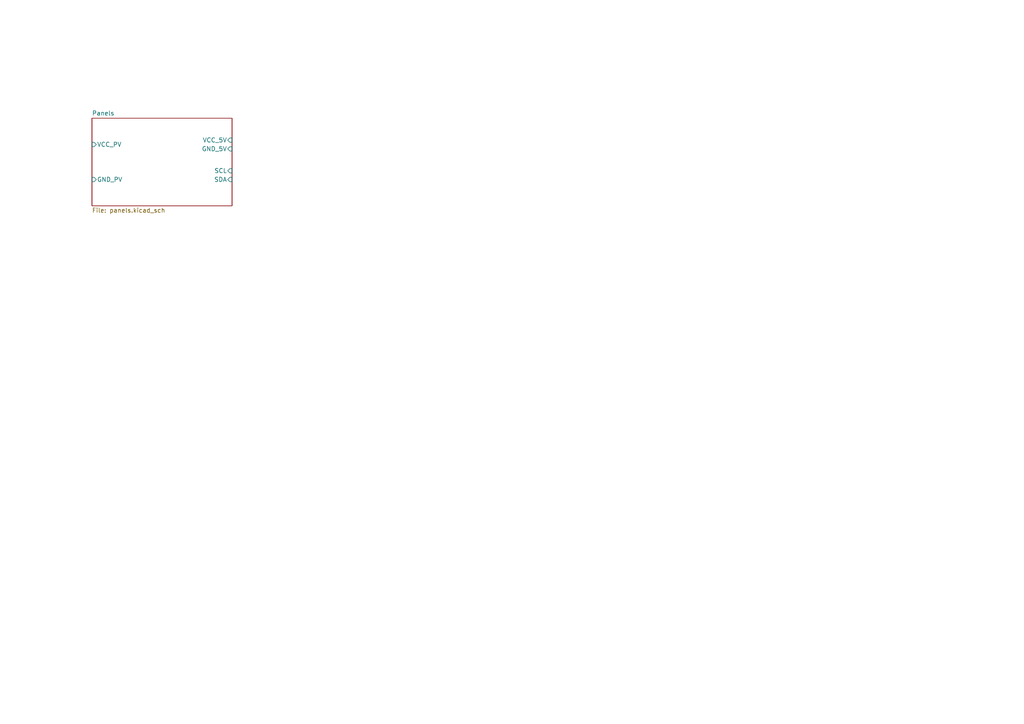
<source format=kicad_sch>
(kicad_sch
	(version 20231120)
	(generator "eeschema")
	(generator_version "8.0")
	(uuid "54fbbba9-a737-4199-9a4b-f9fa49b3de5e")
	(paper "A4")
	(lib_symbols)
	(sheet
		(at 26.67 34.29)
		(size 40.64 25.4)
		(fields_autoplaced yes)
		(stroke
			(width 0.1524)
			(type solid)
		)
		(fill
			(color 0 0 0 0.0000)
		)
		(uuid "42b38d5d-5c36-4712-95e4-9fdfab477064")
		(property "Sheetname" "Panels"
			(at 26.67 33.5784 0)
			(effects
				(font
					(size 1.27 1.27)
				)
				(justify left bottom)
			)
		)
		(property "Sheetfile" "panels.kicad_sch"
			(at 26.67 60.2746 0)
			(effects
				(font
					(size 1.27 1.27)
				)
				(justify left top)
			)
		)
		(pin "GND_PV" input
			(at 26.67 52.07 180)
			(effects
				(font
					(size 1.27 1.27)
				)
				(justify left)
			)
			(uuid "8e5f7a13-70fd-485c-a23c-0e6f6c8cc760")
		)
		(pin "VCC_PV" input
			(at 26.67 41.91 180)
			(effects
				(font
					(size 1.27 1.27)
				)
				(justify left)
			)
			(uuid "5b27d199-d3ed-4e84-b0f2-807f4e0d5f4b")
		)
		(pin "GND_5V" input
			(at 67.31 43.18 0)
			(effects
				(font
					(size 1.27 1.27)
				)
				(justify right)
			)
			(uuid "9ff55682-d7c0-43c9-8c49-67f29cf8570c")
		)
		(pin "VCC_5V" input
			(at 67.31 40.64 0)
			(effects
				(font
					(size 1.27 1.27)
				)
				(justify right)
			)
			(uuid "f8f8bca6-6309-435c-a8a7-5338cfa7185f")
		)
		(pin "SCL" input
			(at 67.31 49.53 0)
			(effects
				(font
					(size 1.27 1.27)
				)
				(justify right)
			)
			(uuid "02a02d15-c93c-4336-ab0b-b2c9998deb02")
		)
		(pin "SDA" input
			(at 67.31 52.07 0)
			(effects
				(font
					(size 1.27 1.27)
				)
				(justify right)
			)
			(uuid "bf35785b-caf4-4f78-a6d5-2ccd5f5ea130")
		)
		(instances
			(project "main"
				(path "/54fbbba9-a737-4199-9a4b-f9fa49b3de5e"
					(page "2")
				)
			)
		)
	)
	(sheet_instances
		(path "/"
			(page "1")
		)
	)
)

</source>
